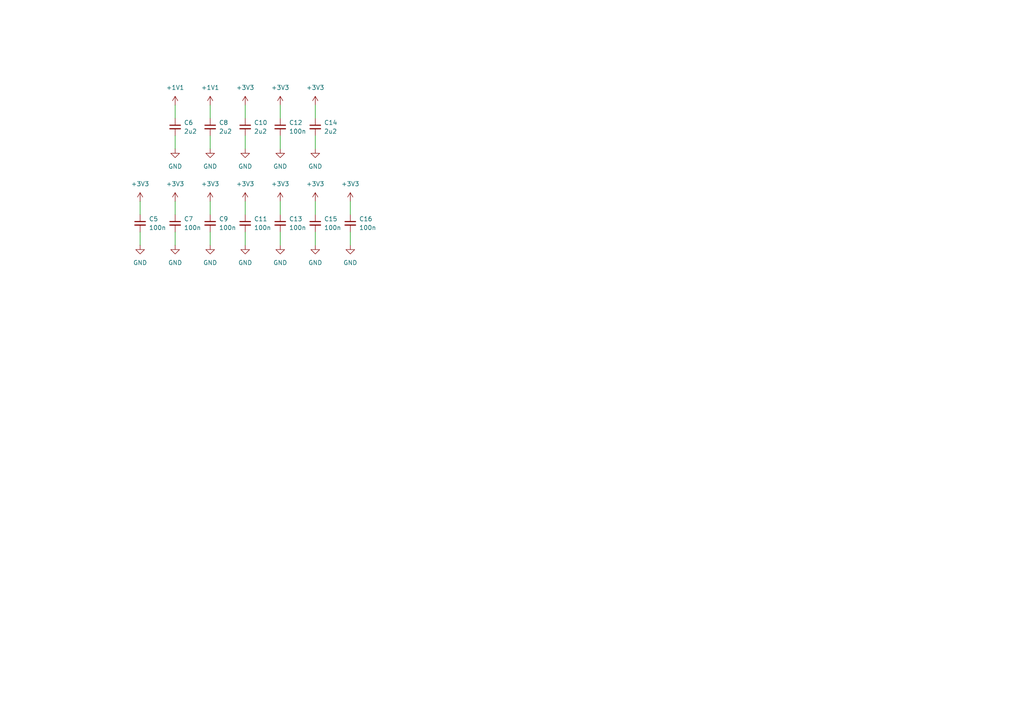
<source format=kicad_sch>
(kicad_sch (version 20231120) (generator "eeschema") (generator_version "8.0")
  (paper "A4")
  (lib_symbols
    (symbol "Device:C_Small" (pin_numbers hide) (pin_names (offset 0.254) hide)
      (property "Reference" "C" (at 0.254 1.778 0))
      (property "Value" "C_Small" (at 0.254 -2.032 0))
      (symbol "C_Small_0_1"
        (polyline (pts (xy -1.524 -0.508) (xy 1.524 -0.508)) (stroke (width 0.3302)))
        (polyline (pts (xy -1.524 0.508) (xy 1.524 0.508)) (stroke (width 0.3048)))
      )
      (symbol "C_Small_1_1"
        (pin passive line (at 0 2.54 270) (length 2.032) (name "~") (number "1"))
        (pin passive line (at 0 -2.54 90) (length 2.032) (name "~") (number "2"))
      )
    )
    (symbol "power:+3V3" (power) (pin_numbers hide) (pin_names (offset 0) hide)
      (property "Value" "+3V3" (at 0 3.556 0))
      (symbol "+3V3_0_1"
        (polyline (pts (xy -0.762 1.27) (xy 0 2.54)))
        (polyline (pts (xy 0 0) (xy 0 2.54)))
        (polyline (pts (xy 0 2.54) (xy 0.762 1.27)))
      )
      (symbol "+3V3_1_1"
        (pin power_in line (at 0 0 90) (length 0) (name "~") (number "1"))
      )
    )
    (symbol "power:GND" (power) (pin_numbers hide) (pin_names (offset 0) hide)
      (property "Value" "GND" (at 0 -3.81 0))
      (symbol "GND_0_1"
        (polyline (pts (xy 0 0) (xy 0 -1.27) (xy 1.27 -1.27) (xy 0 -2.54) (xy -1.27 -1.27) (xy 0 -1.27)))
      )
      (symbol "GND_1_1"
        (pin power_in line (at 0 0 270) (length 0) (name "~") (number "1"))
      )
    )
  )
  (wire (pts (xy 40.64 67.31) (xy 40.64 71.12)))
  (wire (pts (xy 71.12 58.42) (xy 71.12 62.23)))
  (wire (pts (xy 81.28 30.48) (xy 81.28 34.29)))
  (wire (pts (xy 71.12 39.37) (xy 71.12 43.18)))
  (wire (pts (xy 91.44 39.37) (xy 91.44 43.18)))
  (wire (pts (xy 50.8 67.31) (xy 50.8 71.12)))
  (wire (pts (xy 91.44 58.42) (xy 91.44 62.23)))
  (wire (pts (xy 101.6 58.42) (xy 101.6 62.23)))
  (wire (pts (xy 81.28 39.37) (xy 81.28 43.18)))
  (wire (pts (xy 50.8 58.42) (xy 50.8 62.23)))
  (wire (pts (xy 101.6 67.31) (xy 101.6 71.12)))
  (wire (pts (xy 60.96 39.37) (xy 60.96 43.18)))
  (wire (pts (xy 60.96 30.48) (xy 60.96 34.29)))
  (wire (pts (xy 40.64 58.42) (xy 40.64 62.23)))
  (wire (pts (xy 81.28 58.42) (xy 81.28 62.23)))
  (wire (pts (xy 50.8 30.48) (xy 50.8 34.29)))
  (wire (pts (xy 60.96 67.31) (xy 60.96 71.12)))
  (wire (pts (xy 91.44 30.48) (xy 91.44 34.29)))
  (wire (pts (xy 91.44 67.31) (xy 91.44 71.12)))
  (wire (pts (xy 71.12 30.48) (xy 71.12 34.29)))
  (wire (pts (xy 60.96 58.42) (xy 60.96 62.23)))
  (wire (pts (xy 81.28 67.31) (xy 81.28 71.12)))
  (wire (pts (xy 71.12 67.31) (xy 71.12 71.12)))
  (wire (pts (xy 50.8 39.37) (xy 50.8 43.18)))
  (symbol (lib_id "power:+3V3") (at 50.8 58.42 0) (unit 1)
    (property "Reference" "#PWR021" (effects (hide yes)))
    (property "Value" "+3V3" (at 50.8 53.34 0))
    (property "Description" "Power symbol creates a global label with name \"+3V3\"" (effects (hide yes)))
  )
  (symbol (lib_id "power:+3V3") (at 60.96 58.42 0) (unit 1)
    (property "Reference" "#PWR025" (effects (hide yes)))
    (property "Value" "+3V3" (at 60.96 53.34 0))
    (property "Description" "Power symbol creates a global label with name \"+3V3\"" (effects (hide yes)))
  )
  (symbol (lib_id "power:GND") (at 71.12 71.12 0) (unit 1)
    (property "Reference" "#PWR030" (effects (hide yes)))
    (property "Value" "GND" (at 71.12 76.2 0))
    (property "Description" "Power symbol creates a global label with name \"GND\" , ground" (effects (hide yes)))
  )
  (symbol (lib_id "power:+3V3") (at 81.28 30.48 0) (unit 1)
    (property "Reference" "#PWR031" (effects (hide yes)))
    (property "Value" "+3V3" (at 81.28 25.4 0))
    (property "Description" "Power symbol creates a global label with name \"+3V3\"" (effects (hide yes)))
  )
  (symbol (lib_id "power:GND") (at 60.96 43.18 0) (unit 1)
    (property "Reference" "#PWR024" (effects (hide yes)))
    (property "Value" "GND" (at 60.96 48.26 0))
    (property "Description" "Power symbol creates a global label with name \"GND\" , ground" (effects (hide yes)))
  )
  (symbol (lib_id "power:GND") (at 60.96 71.12 0) (unit 1)
    (property "Reference" "#PWR026" (effects (hide yes)))
    (property "Value" "GND" (at 60.96 76.2 0))
    (property "Description" "Power symbol creates a global label with name \"GND\" , ground" (effects (hide yes)))
  )
  (symbol (lib_id "power:+3V3") (at 60.96 30.48 0) (unit 1)
    (property "Reference" "#PWR023" (effects (hide yes)))
    (property "Value" "+1V1" (at 60.96 25.4 0))
    (property "Description" "Power symbol creates a global label with name \"+3V3\"" (effects (hide yes)))
  )
  (symbol (lib_id "power:GND") (at 101.6 71.12 0) (unit 1)
    (property "Reference" "#PWR040" (effects (hide yes)))
    (property "Value" "GND" (at 101.6 76.2 0))
    (property "Description" "Power symbol creates a global label with name \"GND\" , ground" (effects (hide yes)))
  )
  (symbol (lib_id "Device:C_Small") (at 91.44 36.83 0) (unit 1)
    (property "Reference" "C14" (at 93.98 35.5662 0) (effects (justify left)))
    (property "Value" "2u2" (at 93.98 38.1062 0) (effects (justify left)))
    (property "Description" "Unpolarized capacitor, small symbol" (effects (hide yes)))
  )
  (symbol (lib_id "Device:C_Small") (at 50.8 64.77 0) (unit 1)
    (property "Reference" "C7" (at 53.34 63.5062 0) (effects (justify left)))
    (property "Value" "100n" (at 53.34 66.0462 0) (effects (justify left)))
    (property "Description" "Unpolarized capacitor, small symbol" (effects (hide yes)))
  )
  (symbol (lib_id "power:+3V3") (at 101.6 58.42 0) (unit 1)
    (property "Reference" "#PWR039" (effects (hide yes)))
    (property "Value" "+3V3" (at 101.6 53.34 0))
    (property "Description" "Power symbol creates a global label with name \"+3V3\"" (effects (hide yes)))
  )
  (symbol (lib_id "power:+3V3") (at 91.44 30.48 0) (unit 1)
    (property "Reference" "#PWR035" (effects (hide yes)))
    (property "Value" "+3V3" (at 91.44 25.4 0))
    (property "Description" "Power symbol creates a global label with name \"+3V3\"" (effects (hide yes)))
  )
  (symbol (lib_id "Device:C_Small") (at 81.28 64.77 0) (unit 1)
    (property "Reference" "C13" (at 83.82 63.5062 0) (effects (justify left)))
    (property "Value" "100n" (at 83.82 66.0462 0) (effects (justify left)))
    (property "Description" "Unpolarized capacitor, small symbol" (effects (hide yes)))
  )
  (symbol (lib_id "Device:C_Small") (at 60.96 36.83 0) (unit 1)
    (property "Reference" "C8" (at 63.5 35.5662 0) (effects (justify left)))
    (property "Value" "2u2" (at 63.5 38.1062 0) (effects (justify left)))
    (property "Description" "Unpolarized capacitor, small symbol" (effects (hide yes)))
  )
  (symbol (lib_id "power:+3V3") (at 71.12 58.42 0) (unit 1)
    (property "Reference" "#PWR029" (effects (hide yes)))
    (property "Value" "+3V3" (at 71.12 53.34 0))
    (property "Description" "Power symbol creates a global label with name \"+3V3\"" (effects (hide yes)))
  )
  (symbol (lib_id "power:GND") (at 81.28 43.18 0) (unit 1)
    (property "Reference" "#PWR032" (effects (hide yes)))
    (property "Value" "GND" (at 81.28 48.26 0))
    (property "Description" "Power symbol creates a global label with name \"GND\" , ground" (effects (hide yes)))
  )
  (symbol (lib_id "power:GND") (at 50.8 71.12 0) (unit 1)
    (property "Reference" "#PWR022" (effects (hide yes)))
    (property "Value" "GND" (at 50.8 76.2 0))
    (property "Description" "Power symbol creates a global label with name \"GND\" , ground" (effects (hide yes)))
  )
  (symbol (lib_id "Device:C_Small") (at 71.12 64.77 0) (unit 1)
    (property "Reference" "C11" (at 73.66 63.5062 0) (effects (justify left)))
    (property "Value" "100n" (at 73.66 66.0462 0) (effects (justify left)))
    (property "Description" "Unpolarized capacitor, small symbol" (effects (hide yes)))
  )
  (symbol (lib_id "Device:C_Small") (at 60.96 64.77 0) (unit 1)
    (property "Reference" "C9" (at 63.5 63.5062 0) (effects (justify left)))
    (property "Value" "100n" (at 63.5 66.0462 0) (effects (justify left)))
    (property "Description" "Unpolarized capacitor, small symbol" (effects (hide yes)))
  )
  (symbol (lib_id "power:+3V3") (at 81.28 58.42 0) (unit 1)
    (property "Reference" "#PWR033" (effects (hide yes)))
    (property "Value" "+3V3" (at 81.28 53.34 0))
    (property "Description" "Power symbol creates a global label with name \"+3V3\"" (effects (hide yes)))
  )
  (symbol (lib_id "Device:C_Small") (at 71.12 36.83 0) (unit 1)
    (property "Reference" "C10" (at 73.66 35.5662 0) (effects (justify left)))
    (property "Value" "2u2" (at 73.66 38.1062 0) (effects (justify left)))
    (property "Description" "Unpolarized capacitor, small symbol" (effects (hide yes)))
  )
  (symbol (lib_id "power:+3V3") (at 91.44 58.42 0) (unit 1)
    (property "Reference" "#PWR037" (effects (hide yes)))
    (property "Value" "+3V3" (at 91.44 53.34 0))
    (property "Description" "Power symbol creates a global label with name \"+3V3\"" (effects (hide yes)))
  )
  (symbol (lib_id "power:+3V3") (at 50.8 30.48 0) (unit 1)
    (property "Reference" "#PWR019" (effects (hide yes)))
    (property "Value" "+1V1" (at 50.8 25.4 0))
    (property "Description" "Power symbol creates a global label with name \"+3V3\"" (effects (hide yes)))
  )
  (symbol (lib_id "Device:C_Small") (at 50.8 36.83 0) (unit 1)
    (property "Reference" "C6" (at 53.34 35.5662 0) (effects (justify left)))
    (property "Value" "2u2" (at 53.34 38.1062 0) (effects (justify left)))
    (property "Description" "Unpolarized capacitor, small symbol" (effects (hide yes)))
  )
  (symbol (lib_id "Device:C_Small") (at 81.28 36.83 0) (unit 1)
    (property "Reference" "C12" (at 83.82 35.5662 0) (effects (justify left)))
    (property "Value" "100n" (at 83.82 38.1062 0) (effects (justify left)))
    (property "Description" "Unpolarized capacitor, small symbol" (effects (hide yes)))
  )
  (symbol (lib_id "power:GND") (at 50.8 43.18 0) (unit 1)
    (property "Reference" "#PWR020" (effects (hide yes)))
    (property "Value" "GND" (at 50.8 48.26 0))
    (property "Description" "Power symbol creates a global label with name \"GND\" , ground" (effects (hide yes)))
  )
  (symbol (lib_id "Device:C_Small") (at 91.44 64.77 0) (unit 1)
    (property "Reference" "C15" (at 93.98 63.5062 0) (effects (justify left)))
    (property "Value" "100n" (at 93.98 66.0462 0) (effects (justify left)))
    (property "Description" "Unpolarized capacitor, small symbol" (effects (hide yes)))
  )
  (symbol (lib_id "power:GND") (at 71.12 43.18 0) (unit 1)
    (property "Reference" "#PWR028" (effects (hide yes)))
    (property "Value" "GND" (at 71.12 48.26 0))
    (property "Description" "Power symbol creates a global label with name \"GND\" , ground" (effects (hide yes)))
  )
  (symbol (lib_id "power:GND") (at 91.44 43.18 0) (unit 1)
    (property "Reference" "#PWR036" (effects (hide yes)))
    (property "Value" "GND" (at 91.44 48.26 0))
    (property "Description" "Power symbol creates a global label with name \"GND\" , ground" (effects (hide yes)))
  )
  (symbol (lib_id "power:+3V3") (at 40.64 58.42 0) (unit 1)
    (property "Reference" "#PWR017" (effects (hide yes)))
    (property "Value" "+3V3" (at 40.64 53.34 0))
    (property "Description" "Power symbol creates a global label with name \"+3V3\"" (effects (hide yes)))
  )
  (symbol (lib_id "power:+3V3") (at 71.12 30.48 0) (unit 1)
    (property "Reference" "#PWR027" (effects (hide yes)))
    (property "Value" "+3V3" (at 71.12 25.4 0))
    (property "Description" "Power symbol creates a global label with name \"+3V3\"" (effects (hide yes)))
  )
  (symbol (lib_id "power:GND") (at 81.28 71.12 0) (unit 1)
    (property "Reference" "#PWR034" (effects (hide yes)))
    (property "Value" "GND" (at 81.28 76.2 0))
    (property "Description" "Power symbol creates a global label with name \"GND\" , ground" (effects (hide yes)))
  )
  (symbol (lib_id "power:GND") (at 40.64 71.12 0) (unit 1)
    (property "Reference" "#PWR018" (effects (hide yes)))
    (property "Value" "GND" (at 40.64 76.2 0))
    (property "Description" "Power symbol creates a global label with name \"GND\" , ground" (effects (hide yes)))
  )
  (symbol (lib_id "Device:C_Small") (at 40.64 64.77 0) (unit 1)
    (property "Reference" "C5" (at 43.18 63.5062 0) (effects (justify left)))
    (property "Value" "100n" (at 43.18 66.0462 0) (effects (justify left)))
    (property "Description" "Unpolarized capacitor, small symbol" (effects (hide yes)))
  )
  (symbol (lib_id "Device:C_Small") (at 101.6 64.77 0) (unit 1)
    (property "Reference" "C16" (at 104.14 63.5062 0) (effects (justify left)))
    (property "Value" "100n" (at 104.14 66.0462 0) (effects (justify left)))
    (property "Description" "Unpolarized capacitor, small symbol" (effects (hide yes)))
  )
  (symbol (lib_id "power:GND") (at 91.44 71.12 0) (unit 1)
    (property "Reference" "#PWR038" (effects (hide yes)))
    (property "Value" "GND" (at 91.44 76.2 0))
    (property "Description" "Power symbol creates a global label with name \"GND\" , ground" (effects (hide yes)))
  )
)
</source>
